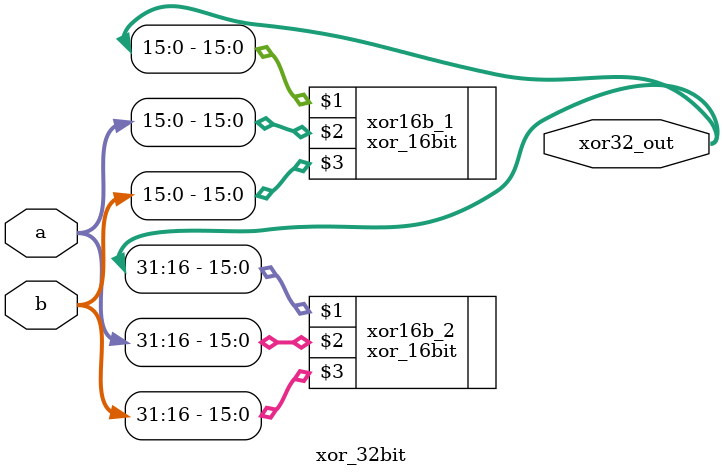
<source format=v>
module xor_32bit(output [31:0]xor32_out, input [31:0]a, b); //Xor operation occurs for 32-bit numbers
			xor_16bit xor16b_1(xor32_out[15:0], a[15:0], b[15:0]);
			xor_16bit xor16b_2(xor32_out[31:16], a[31:16], b[31:16]);
endmodule

</source>
